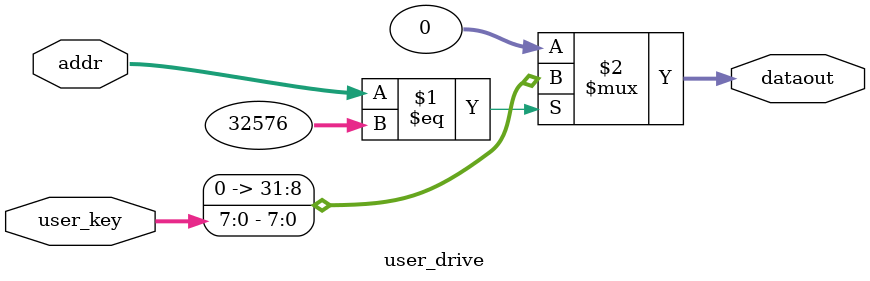
<source format=v>
`timescale 1ns / 1ps
`define F 31:0
`define DIP 7:0
`define USER 7:0

module s64_drive(input[`F] addr,
					  input[`DIP] S0, S1, S2, S3, S4, S5, S6, S7,
					  output[`F] dataout);
	/*
	reg[`DIP] S7, S6, S5, S4, S3, S2, S1, S0;
	
	always @(posedge clk)begin
		if (reset)	{S7, S6, S5, S4, S3, S2, S1, S0} <= 0;
		else {S7, S6, S5, S4, S3, S2, S1, S0} <= {S0_in, S1_in, S2_in, S3_in, S4_in, S5_in, S6_in, S7_in};
	end
	*/
	assign dataout=(addr == 32'h0000_7f2c)?{S3, S2, S1, S0}:
						(addr == 32'h0000_7f30)?{S7, S6, S5, S4}:0;
endmodule

module LED_drive(input clk, reset,
					  input[`F] data_in,
					  input LED_WE,
					  output[`F] dataout, LED_light);

	reg[`F] LED;
	/*
	initial begin
		LED <= 0;
	end
	*/
	always @(posedge clk)begin
		if (reset)				LED <= 0;
		else if (LED_WE)		LED <= data_in;
	end
	
	assign dataout=LED;
	assign LED_light=~LED;
endmodule

module user_drive(input[`F] addr,
						input[`USER] user_key,//_in,
						output[`F] dataout);
	/*
	reg[`USER] user_key;
	
	always @(posedge clk)begin
		if (reset)	user_key <= 0;
		else 			user_key <= user_key_in;
	end
	*/
	assign dataout=(addr == 32'h0000_7f40)?{24'b0, user_key}:32'b0;
endmodule

</source>
